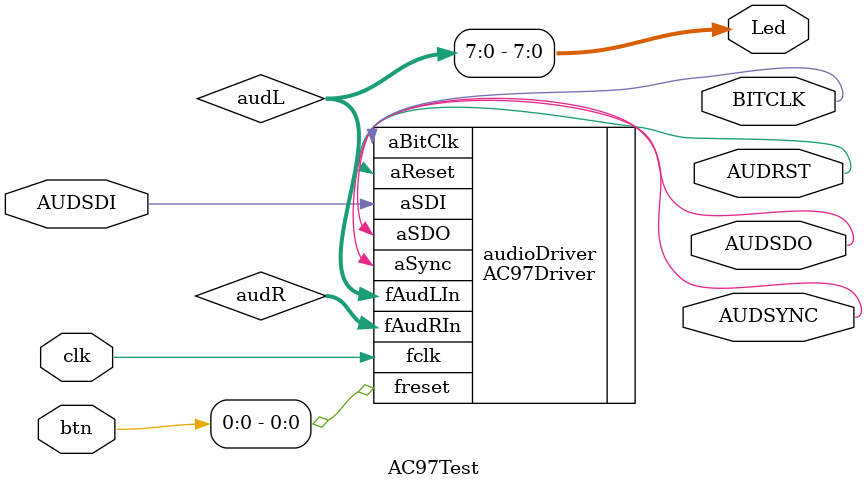
<source format=v>
`timescale 1ns / 1ps
module AC97Test(
    output [7:0] Led,
    input clk,
	 input [5:0] btn,
    output BITCLK,
    input AUDSDI,
    output AUDSDO,
    output AUDSYNC,
    output AUDRST
    );
	 
	 wire [15:0] audL, audR;
	 
	 assign Led = audL[7:0];

AC97Driver audioDriver (
	 //FPGA IOs
    .fclk(clk),
    .freset(btn[0]),
    .fAudRIn(audR),
    .fAudLIn(audL),
	 //AC97 IOs
    .aBitClk(BITCLK),
    .aSDO(AUDSDO),
    .aSDI(AUDSDI),
    .aSync(AUDSYNC),
    .aReset(AUDRST)
	 );

endmodule

</source>
